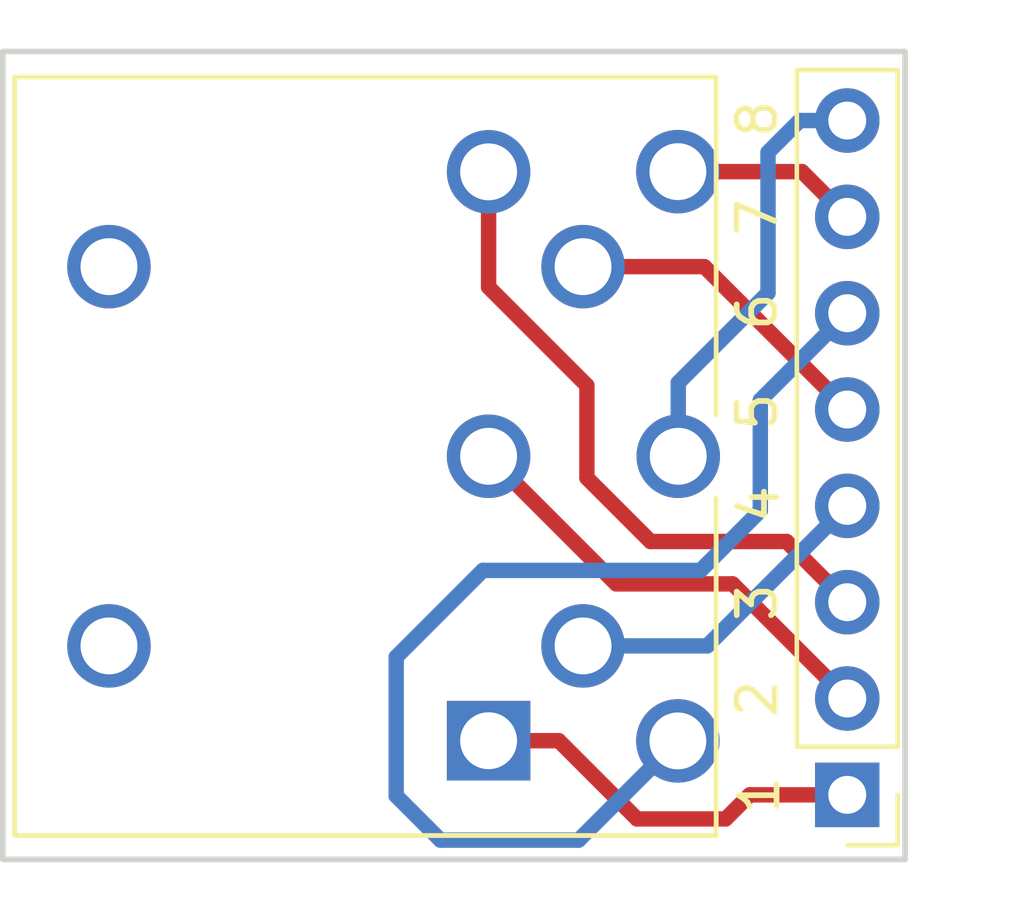
<source format=kicad_pcb>
(kicad_pcb (version 20241229) (generator "pcbnew") (generator_version "9.0")
  (layers (0 "F.Cu" signal) (2 "B.Cu" signal) (13 "F.Paste" user) (15 "B.Paste" user) (5 "F.SilkS" user "F.Silkscreen") (7 "B.SilkS" user "B.Silkscreen") (1 "F.Mask" user) (3 "B.Mask" user) (25 "Edge.Cuts" user))
  (net 0 "")
  (net 1 "Net-(J1-Pin_6)")
  (net 2 "Net-(J1-Pin_1)")
  (net 3 "Net-(J1-Pin_7)")
  (net 4 "Net-(J1-Pin_8)")
  (net 5 "Net-(J1-Pin_4)")
  (net 6 "Net-(J1-Pin_2)")
  (net 7 "Net-(J1-Pin_5)")
  (net 8 "Net-(J1-Pin_3)")
  (footprint "Connector_PinHeader_2.54mm:PinHeader_1x08_P2.54mm_Vertical" (layer "F.Cu") (at 174.276001 117.398801 180)
    (property "Reference" "J1" (hide yes))
    (property "Value" "Conn_01x08")
    (fp_line (start 1.33 1.270001) (end 1.33 19.110001) (stroke (width 0.12)) (layer "F.SilkS"))
    (fp_line (start -1.33 19.110001) (end 1.33 19.110001) (stroke (width 0.12)) (layer "F.SilkS"))
    (fp_line (start -1.33 1.270001) (end 1.33 1.270001) (stroke (width 0.12)) (layer "F.SilkS"))
    (fp_line (start -1.33 1.270001) (end -1.33 19.110001) (stroke (width 0.12)) (layer "F.SilkS"))
    (fp_line (start -1.33 0) (end -1.33 -1.33) (stroke (width 0.12)) (layer "F.SilkS"))
    (fp_line (start -1.33 -1.33) (end 0 -1.33) (stroke (width 0.12)) (layer "F.SilkS"))
    (pad "1" thru_hole rect (at 0 0 180) (size 1.7 1.7) (drill 1) (layers "*.Cu" "*.Mask") (net 2 "Net-(J1-Pin_1)"))
    (pad "2" thru_hole oval (at 0 2.54 180) (size 1.7 1.7) (drill 1) (layers "*.Cu" "*.Mask") (net 6 "Net-(J1-Pin_2)"))
    (pad "3" thru_hole oval (at 0 5.079999 180) (size 1.7 1.7) (drill 1) (layers "*.Cu" "*.Mask") (net 8 "Net-(J1-Pin_3)"))
    (pad "4" thru_hole oval (at 0 7.62 180) (size 1.7 1.7) (drill 1) (layers "*.Cu" "*.Mask") (net 5 "Net-(J1-Pin_4)"))
    (pad "5" thru_hole oval (at 0 10.16 180) (size 1.7 1.7) (drill 1) (layers "*.Cu" "*.Mask") (net 7 "Net-(J1-Pin_5)"))
    (pad "6" thru_hole oval (at 0 12.7 180) (size 1.7 1.7) (drill 1) (layers "*.Cu" "*.Mask") (net 1 "Net-(J1-Pin_6)"))
    (pad "7" thru_hole oval (at 0 15.24 180) (size 1.7 1.7) (drill 1) (layers "*.Cu" "*.Mask") (net 3 "Net-(J1-Pin_7)"))
    (pad "8" thru_hole oval (at 0 17.780001 180) (size 1.7 1.7) (drill 1) (layers "*.Cu" "*.Mask") (net 4 "Net-(J1-Pin_8)"))
  )
  (footprint "footprints:DS-8-101" (layer "F.Cu") (at 159.8094 108.4714)
    (property "Reference" "J2" (hide yes))
    (property "Value" "DIN-8")
    (fp_line (start -7.49 -10) (end 11.01 -10) (stroke (width 0.127)) (layer "F.SilkS"))
    (fp_line (start -7.49 10) (end -7.49 -10) (stroke (width 0.127)) (layer "F.SilkS"))
    (fp_line (start 11.01 -10) (end 11.01 -1.1) (stroke (width 0.127)) (layer "F.SilkS"))
    (fp_line (start 11.01 1.1) (end 11.01 10) (stroke (width 0.127)) (layer "F.SilkS"))
    (fp_line (start 11.01 10) (end -7.49 10) (stroke (width 0.127)) (layer "F.SilkS"))
    (pad "1" thru_hole rect (at 5.01 7.5) (size 2.2 2.1) (drill 1.5) (layers "*.Cu" "*.Mask") (net 2 "Net-(J1-Pin_1)"))
    (pad "2" thru_hole circle (at 5.01 0) (size 2.2 2.2) (drill 1.5) (layers "*.Cu" "*.Mask") (net 6 "Net-(J1-Pin_2)"))
    (pad "3" thru_hole circle (at 5.01 -7.5) (size 2.2 2.2) (drill 1.5) (layers "*.Cu" "*.Mask") (net 8 "Net-(J1-Pin_3)"))
    (pad "4" thru_hole circle (at 7.5 5) (size 2.2 2.2) (drill 1.5) (layers "*.Cu" "*.Mask") (net 5 "Net-(J1-Pin_4)"))
    (pad "5" thru_hole circle (at 7.5 -5) (size 2.2 2.2) (drill 1.5) (layers "*.Cu" "*.Mask") (net 7 "Net-(J1-Pin_5)"))
    (pad "6" thru_hole circle (at 10 7.505) (size 2.2 2.2) (drill 1.5) (layers "*.Cu" "*.Mask") (net 1 "Net-(J1-Pin_6)"))
    (pad "7" thru_hole circle (at 10 -7.505) (size 2.2 2.2) (drill 1.5) (layers "*.Cu" "*.Mask") (net 3 "Net-(J1-Pin_7)"))
    (pad "8" thru_hole circle (at 10.01 0) (size 2.2 2.2) (drill 1.5) (layers "*.Cu" "*.Mask") (net 4 "Net-(J1-Pin_8)"))
    (pad "G1" thru_hole circle (at -5 -5) (size 2.2 2.2) (drill 1.5) (layers "*.Cu" "*.Mask"))
    (pad "G2" thru_hole circle (at -5 5) (size 2.2 2.2) (drill 1.5) (layers "*.Cu" "*.Mask"))
  )
  (gr_line (start 152.011 97.8) (end 152.011 119.1) (stroke (width 0.15)) (layer "Edge.Cuts"))
  (gr_line (start 175.8 97.8) (end 152.011 97.8) (stroke (width 0.15)) (layer "Edge.Cuts"))
  (gr_line (start 152.011 119.1) (end 175.8 119.1) (stroke (width 0.15)) (layer "Edge.Cuts"))
  (gr_line (start 175.8 119.1) (end 175.8 97.8) (stroke (width 0.15)) (layer "Edge.Cuts"))
  (gr_text "7" (at 172.4914 102.743 90) (layer "F.SilkS") (effects (font (size 1 1)) (justify left bottom)))
  (gr_text "1" (at 172.5422 117.983 90) (layer "F.SilkS") (effects (font (size 1 1)) (justify left bottom)))
  (gr_text "2" (at 172.4914 115.443 90) (layer "F.SilkS") (effects (font (size 1 1)) (justify left bottom)))
  (gr_text "4" (at 172.5422 110.3122 90) (layer "F.SilkS") (effects (font (size 1 1)) (justify left bottom)))
  (gr_text "5" (at 172.4914 107.8738 90) (layer "F.SilkS") (effects (font (size 1 1)) (justify left bottom)))
  (gr_text "3" (at 172.4914 112.903 90) (layer "F.SilkS") (effects (font (size 1 1)) (justify left bottom)))
  (gr_text "8" (at 172.4914 100.1522 90) (layer "F.SilkS") (effects (font (size 1 1)) (justify left bottom)))
  (gr_text "6" (at 172.4914 105.2322 90) (layer "F.SilkS") (effects (font (size 1 1)) (justify left bottom)))
  (segment (start 170.4086 111.4806) (end 164.6682 111.4806) (width 0.4064) (layer "B.Cu") (net 1))
  (segment (start 164.6682 111.4806) (end 162.3822 113.7666) (width 0.4064) (layer "B.Cu") (net 1))
  (segment (start 162.3822 113.7666) (end 162.3822 117.4242) (width 0.4064) (layer "B.Cu") (net 1))
  (segment (start 174.276001 104.698801) (end 171.9834 106.991402) (width 0.4064) (layer "B.Cu") (net 1))
  (segment (start 163.5506 118.5926) (end 167.1932 118.5926) (width 0.4064) (layer "B.Cu") (net 1))
  (segment (start 171.9834 106.991402) (end 171.9834 109.9058) (width 0.4064) (layer "B.Cu") (net 1))
  (segment (start 167.1932 118.5926) (end 169.8094 115.9764) (width 0.4064) (layer "B.Cu") (net 1))
  (segment (start 162.3822 117.4242) (end 163.5506 118.5926) (width 0.4064) (layer "B.Cu") (net 1))
  (segment (start 171.9834 109.9058) (end 170.4086 111.4806) (width 0.4064) (layer "B.Cu") (net 1))
  (segment (start 174.276001 117.398801) (end 171.703999 117.398801) (width 0.4064) (layer "F.Cu") (net 2))
  (segment (start 168.7322 118.0338) (end 166.6698 115.9714) (width 0.4064) (layer "F.Cu") (net 2))
  (segment (start 171.069 118.0338) (end 168.7322 118.0338) (width 0.4064) (layer "F.Cu") (net 2))
  (segment (start 166.6698 115.9714) (end 164.8194 115.9714) (width 0.4064) (layer "F.Cu") (net 2))
  (segment (start 171.703999 117.398801) (end 171.069 118.0338) (width 0.4064) (layer "F.Cu") (net 2))
  (segment (start 169.8094 100.9664) (end 173.0836 100.9664) (width 0.4064) (layer "F.Cu") (net 3))
  (segment (start 173.0836 100.9664) (end 174.276001 102.158801) (width 0.4064) (layer "F.Cu") (net 3))
  (segment (start 173.0248 99.6188) (end 174.276001 99.6188) (width 0.4064) (layer "B.Cu") (net 4))
  (segment (start 169.8194 108.4714) (end 169.8194 106.5326) (width 0.4064) (layer "B.Cu") (net 4))
  (segment (start 169.8194 106.5326) (end 172.1866 104.1654) (width 0.4064) (layer "B.Cu") (net 4))
  (segment (start 172.1866 100.457) (end 173.0248 99.6188) (width 0.4064) (layer "B.Cu") (net 4))
  (segment (start 172.1866 104.1654) (end 172.1866 100.457) (width 0.4064) (layer "B.Cu") (net 4))
  (segment (start 170.583402 113.4714) (end 174.276001 109.778801) (width 0.4064) (layer "B.Cu") (net 5))
  (segment (start 167.3094 113.4714) (end 170.583402 113.4714) (width 0.4064) (layer "B.Cu") (net 5))
  (segment (start 171.2534 111.8362) (end 174.276001 114.858801) (width 0.4064) (layer "F.Cu") (net 6))
  (segment (start 168.1842 111.8362) (end 171.2534 111.8362) (width 0.4064) (layer "F.Cu") (net 6))
  (segment (start 164.8194 108.4714) (end 168.1842 111.8362) (width 0.4064) (layer "F.Cu") (net 6))
  (segment (start 170.5086 103.4714) (end 174.276001 107.238801) (width 0.4064) (layer "F.Cu") (net 7))
  (segment (start 167.3094 103.4714) (end 170.5086 103.4714) (width 0.4064) (layer "F.Cu") (net 7))
  (segment (start 167.4114 106.6038) (end 164.8194 104.0118) (width 0.4064) (layer "F.Cu") (net 8))
  (segment (start 167.4114 109.0422) (end 167.4114 106.6038) (width 0.4064) (layer "F.Cu") (net 8))
  (segment (start 169.0878 110.7186) (end 167.4114 109.0422) (width 0.4064) (layer "F.Cu") (net 8))
  (segment (start 164.8194 104.0118) (end 164.8194 100.9714) (width 0.4064) (layer "F.Cu") (net 8))
  (segment (start 172.675799 110.7186) (end 169.0878 110.7186) (width 0.4064) (layer "F.Cu") (net 8))
  (segment (start 174.276001 112.318802) (end 172.675799 110.7186) (width 0.4064) (layer "F.Cu") (net 8))
)
</source>
